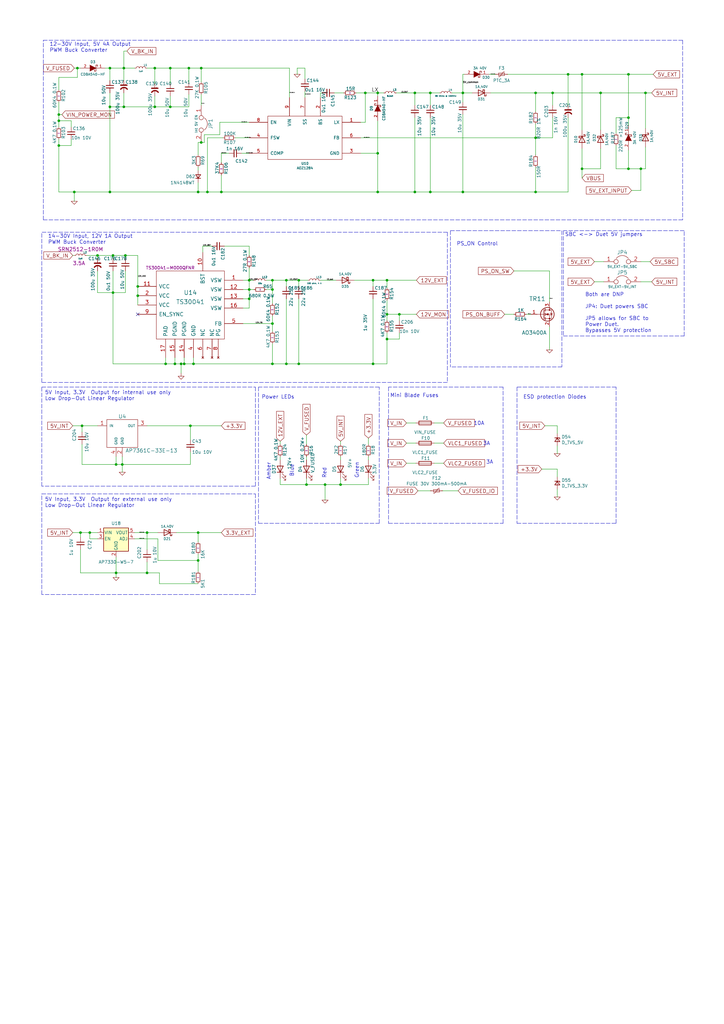
<source format=kicad_sch>
(kicad_sch (version 20211123) (generator eeschema)
  (paper "A3" portrait)
  (title_block (title "Duet 3 Main Board 6XD") (date "2023-02-22") (rev "1.01") (company "Duet3d") (comment 1 "(c) Duet3D"))
  (junction (at 63.5 43.815))
  (junction (at 85.09 78.74))
  (junction (at 50.8 27.94))
  (junction (at 81.28 218.44))
  (junction (at 51.435 104.775))
  (junction (at 226.695 38.1))
  (junction (at 122.555 149.225))
  (junction (at 154.94 78.74))
  (junction (at 24.13 49.53))
  (junction (at 60.325 218.44))
  (junction (at 75.565 149.225))
  (junction (at 117.475 114.935))
  (junction (at 139.7 198.755))
  (junction (at 219.71 38.1))
  (junction (at 50.8 43.815))
  (junction (at 90.805 78.74))
  (junction (at 238.76 69.215))
  (junction (at 238.76 30.48))
  (junction (at 47.625 234.95))
  (junction (at 257.81 69.215))
  (junction (at 189.865 78.74))
  (junction (at 24.13 46.99))
  (junction (at 158.75 139.065))
  (junction (at 264.795 38.1))
  (junction (at 74.295 149.225))
  (junction (at 158.75 114.935))
  (junction (at 50.165 190.5))
  (junction (at 111.76 114.935))
  (junction (at 158.75 128.905))
  (junction (at 77.47 27.94))
  (junction (at 33.02 218.44))
  (junction (at 257.81 48.26))
  (junction (at 81.28 78.74))
  (junction (at 170.18 38.1))
  (junction (at 153.035 149.225))
  (junction (at 111.76 149.225))
  (junction (at 63.5 27.94))
  (junction (at 47.625 190.5))
  (junction (at 82.55 58.42))
  (junction (at 82.55 27.94))
  (junction (at 78.105 174.625))
  (junction (at 46.355 120.015))
  (junction (at 81.28 229.87))
  (junction (at 149.86 38.1))
  (junction (at 111.76 132.715))
  (junction (at 71.755 149.225))
  (junction (at 30.48 78.74))
  (junction (at 189.865 38.1))
  (junction (at 219.71 78.74))
  (junction (at 170.18 78.74))
  (junction (at 45.085 43.815))
  (junction (at 45.085 78.74))
  (junction (at 102.235 114.935))
  (junction (at 154.94 38.1))
  (junction (at 102.235 122.555))
  (junction (at 133.35 198.755))
  (junction (at 67.945 149.225))
  (junction (at 102.235 118.745))
  (junction (at 262.89 69.215))
  (junction (at 246.38 38.1))
  (junction (at 56.515 117.475))
  (junction (at 257.81 30.48))
  (junction (at 31.75 27.94))
  (junction (at 176.53 78.74))
  (junction (at 117.475 149.225))
  (junction (at 154.94 62.865))
  (junction (at 219.71 56.515))
  (junction (at 176.53 38.1))
  (junction (at 163.83 128.905))
  (junction (at 40.005 104.775))
  (junction (at 69.85 27.94))
  (junction (at 122.555 114.935))
  (junction (at 233.045 30.48))
  (junction (at 111.76 118.745))
  (junction (at 45.085 27.94))
  (junction (at 36.83 218.44))
  (junction (at 46.355 104.775))
  (junction (at 60.325 234.95))
  (junction (at 56.515 121.285))
  (junction (at 125.73 198.755))
  (junction (at 24.13 59.69))
  (junction (at 153.035 114.935))
  (junction (at 69.85 43.815))
  (junction (at 79.375 149.225))
  (junction (at 33.655 174.625))
  (no_connect (at 56.515 128.905))
  (wire (pts (xy 46.355 106.045) (xy 46.355 104.775)))
  (wire (pts (xy 47.625 190.5) (xy 33.655 190.5)))
  (wire (pts (xy 47.625 234.95) (xy 47.625 228.6)))
  (wire (pts (xy 238.76 69.215) (xy 238.76 73.025)))
  (wire (pts (xy 122.555 114.935) (xy 117.475 114.935)))
  (wire (pts (xy 189.865 46.99) (xy 189.865 78.74)))
  (wire (pts (xy 238.76 30.48) (xy 238.76 53.34)))
  (wire (pts (xy 117.475 149.225) (xy 122.555 149.225)))
  (wire (pts (xy 215.9 128.905) (xy 217.805 128.905)))
  (wire (pts (xy 238.76 60.96) (xy 238.76 69.215)))
  (wire (pts (xy 158.75 136.525) (xy 158.75 139.065)))
  (wire (pts (xy 267.335 115.57) (xy 262.89 115.57)))
  (wire (pts (xy 64.77 220.98) (xy 64.77 229.87)))
  (wire (pts (xy 170.815 128.905) (xy 163.83 128.905)))
  (wire (pts (xy 63.5 34.29) (xy 63.5 27.94)))
  (wire (pts (xy 99.695 122.555) (xy 102.235 122.555)))
  (wire (pts (xy 45.085 38.1) (xy 45.085 43.815)))
  (wire (pts (xy 45.085 43.815) (xy 45.085 78.74)))
  (wire (pts (xy 77.47 43.815) (xy 77.47 38.735)))
  (wire (pts (xy 133.35 198.755) (xy 139.7 198.755)))
  (wire (pts (xy 139.7 198.755) (xy 139.7 196.215)))
  (wire (pts (xy 228.6 174.625) (xy 228.6 177.8)))
  (wire (pts (xy 158.75 114.935) (xy 158.75 118.11)))
  (wire (pts (xy 170.18 38.1) (xy 176.53 38.1)))
  (wire (pts (xy 178.181 181.737) (xy 181.991 181.737)))
  (wire (pts (xy 51.435 104.775) (xy 46.355 104.775)))
  (wire (pts (xy 33.02 225.425) (xy 33.02 234.95)))
  (wire (pts (xy 69.85 27.94) (xy 77.47 27.94)))
  (wire (pts (xy 154.94 38.1) (xy 157.48 38.1)))
  (wire (pts (xy 151.13 188.595) (xy 151.13 187.325)))
  (wire (pts (xy 56.515 125.095) (xy 56.515 121.285)))
  (wire (pts (xy 90.17 50.165) (xy 90.17 55.245)))
  (wire (pts (xy 30.48 104.775) (xy 29.845 104.775)))
  (wire (pts (xy 81.28 239.395) (xy 65.405 239.395)))
  (wire (pts (xy 109.22 118.745) (xy 111.76 118.745)))
  (wire (pts (xy 114.935 198.755) (xy 114.935 196.215)))
  (wire (pts (xy 67.945 149.225) (xy 67.945 146.685)))
  (wire (pts (xy 24.13 41.91) (xy 24.13 46.99)))
  (wire (pts (xy 187.96 201.295) (xy 181.61 201.295)))
  (wire (pts (xy 233.045 78.74) (xy 219.71 78.74)))
  (wire (pts (xy 47.625 234.95) (xy 47.625 236.855)))
  (wire (pts (xy 176.53 78.74) (xy 176.53 48.26)))
  (wire (pts (xy 226.695 38.1) (xy 219.71 38.1)))
  (wire (pts (xy 153.035 117.475) (xy 153.035 114.935)))
  (wire (pts (xy 40.005 220.98) (xy 36.83 220.98)))
  (wire (pts (xy 29.845 218.44) (xy 33.02 218.44)))
  (polyline (pts (xy 104.775 243.84) (xy 17.145 243.84)))
  (wire (pts (xy 146.05 38.1) (xy 149.86 38.1)))
  (wire (pts (xy 267.335 38.1) (xy 264.795 38.1)))
  (wire (pts (xy 139.7 188.595) (xy 139.7 187.325)))
  (polyline (pts (xy 212.09 158.75) (xy 212.09 214.63)))
  (wire (pts (xy 104.14 114.935) (xy 102.235 114.935)))
  (wire (pts (xy 201.295 38.1) (xy 219.71 38.1)))
  (wire (pts (xy 81.28 229.87) (xy 81.28 234.315)))
  (wire (pts (xy 121.92 27.94) (xy 125.095 27.94)))
  (wire (pts (xy 50.8 38.1) (xy 50.8 43.815)))
  (wire (pts (xy 50.165 193.675) (xy 50.165 190.5)))
  (wire (pts (xy 219.71 56.515) (xy 219.71 63.5)))
  (polyline (pts (xy 183.515 156.845) (xy 17.145 156.845)))
  (wire (pts (xy 63.5 43.815) (xy 69.85 43.815)))
  (wire (pts (xy 24.13 59.69) (xy 29.21 59.69)))
  (wire (pts (xy 207.01 128.905) (xy 210.82 128.905)))
  (wire (pts (xy 262.89 69.215) (xy 264.795 69.215)))
  (wire (pts (xy 125.73 198.755) (xy 125.73 196.215)))
  (wire (pts (xy 81.28 227.33) (xy 81.28 229.87)))
  (wire (pts (xy 99.695 126.365) (xy 102.235 126.365)))
  (wire (pts (xy 163.83 128.905) (xy 163.83 131.445)))
  (wire (pts (xy 252.73 59.69) (xy 252.73 69.215)))
  (polyline (pts (xy 17.145 243.84) (xy 17.145 202.565)))
  (wire (pts (xy 225.425 133.985) (xy 225.425 143.51)))
  (polyline (pts (xy 230.505 150.495) (xy 184.785 150.495)))
  (wire (pts (xy 114.935 180.975) (xy 114.935 182.245)))
  (wire (pts (xy 203.2 30.48) (xy 200.66 30.48)))
  (polyline (pts (xy 184.785 94.615) (xy 230.505 94.615)))
  (wire (pts (xy 60.325 218.44) (xy 64.77 218.44)))
  (wire (pts (xy 228.6 186.055) (xy 228.6 182.88)))
  (wire (pts (xy 102.235 126.365) (xy 102.235 122.555)))
  (wire (pts (xy 185.42 38.1) (xy 189.865 38.1)))
  (wire (pts (xy 81.28 78.74) (xy 85.09 78.74)))
  (wire (pts (xy 102.235 118.745) (xy 102.235 114.935)))
  (wire (pts (xy 176.53 78.74) (xy 189.865 78.74)))
  (wire (pts (xy 117.475 122.555) (xy 117.475 149.225)))
  (wire (pts (xy 158.75 149.225) (xy 158.75 139.065)))
  (wire (pts (xy 158.75 114.935) (xy 170.815 114.935)))
  (wire (pts (xy 45.085 27.94) (xy 45.085 33.02)))
  (wire (pts (xy 29.21 59.69) (xy 29.21 57.15)))
  (wire (pts (xy 149.86 50.165) (xy 149.86 38.1)))
  (wire (pts (xy 125.095 37.465) (xy 125.095 40.005)))
  (wire (pts (xy 264.795 60.325) (xy 264.795 69.215)))
  (wire (pts (xy 153.035 114.935) (xy 158.75 114.935)))
  (wire (pts (xy 74.295 153.035) (xy 74.295 149.225)))
  (wire (pts (xy 125.73 188.595) (xy 125.73 187.325)))
  (wire (pts (xy 252.73 69.215) (xy 257.81 69.215)))
  (wire (pts (xy 24.13 78.74) (xy 30.48 78.74)))
  (wire (pts (xy 24.13 49.53) (xy 24.13 52.07)))
  (polyline (pts (xy 183.515 95.25) (xy 17.145 95.25)))
  (wire (pts (xy 29.845 174.625) (xy 33.655 174.625)))
  (wire (pts (xy 246.38 38.1) (xy 246.38 53.34)))
  (wire (pts (xy 52.07 20.955) (xy 50.8 20.955)))
  (wire (pts (xy 257.81 30.48) (xy 257.81 48.26)))
  (wire (pts (xy 30.48 27.94) (xy 31.75 27.94)))
  (wire (pts (xy 46.355 104.775) (xy 40.005 104.775)))
  (wire (pts (xy 81.28 74.93) (xy 81.28 78.74)))
  (wire (pts (xy 102.235 100.965) (xy 102.235 104.775)))
  (polyline (pts (xy 17.145 156.845) (xy 17.145 95.25)))
  (wire (pts (xy 257.81 69.215) (xy 257.81 61.595)))
  (polyline (pts (xy 206.375 214.63) (xy 206.375 158.75)))
  (wire (pts (xy 24.13 49.53) (xy 29.21 49.53)))
  (wire (pts (xy 60.325 27.94) (xy 63.5 27.94)))
  (wire (pts (xy 158.75 128.905) (xy 163.83 128.905)))
  (wire (pts (xy 24.13 46.99) (xy 24.13 49.53)))
  (wire (pts (xy 78.105 190.5) (xy 50.165 190.5)))
  (wire (pts (xy 69.85 34.29) (xy 69.85 27.94)))
  (polyline (pts (xy 106.045 158.75) (xy 106.045 214.63)))
  (wire (pts (xy 154.94 62.865) (xy 154.94 49.53)))
  (polyline (pts (xy 104.775 199.39) (xy 17.145 199.39)))
  (polyline (pts (xy 252.73 158.75) (xy 212.09 158.75)))
  (wire (pts (xy 162.56 38.1) (xy 170.18 38.1)))
  (wire (pts (xy 243.84 115.57) (xy 247.65 115.57)))
  (wire (pts (xy 69.85 39.37) (xy 69.85 43.815)))
  (wire (pts (xy 219.71 38.1) (xy 219.71 45.72)))
  (wire (pts (xy 149.86 38.1) (xy 154.94 38.1)))
  (wire (pts (xy 50.8 20.955) (xy 50.8 27.94)))
  (wire (pts (xy 246.38 69.215) (xy 246.38 60.96)))
  (wire (pts (xy 189.865 41.91) (xy 189.865 38.1)))
  (polyline (pts (xy 159.385 158.75) (xy 159.385 214.63)))
  (wire (pts (xy 82.55 38.735) (xy 82.55 43.18)))
  (wire (pts (xy 131.445 40.005) (xy 131.445 38.1)))
  (wire (pts (xy 252.73 48.26) (xy 252.73 54.61)))
  (wire (pts (xy 178.181 189.992) (xy 181.991 189.992)))
  (wire (pts (xy 226.695 38.1) (xy 226.695 43.18)))
  (polyline (pts (xy 17.145 199.39) (xy 17.145 158.75)))
  (wire (pts (xy 153.035 114.935) (xy 145.415 114.935)))
  (wire (pts (xy 82.55 27.94) (xy 82.55 33.655)))
  (wire (pts (xy 137.795 114.935) (xy 131.445 114.935)))
  (wire (pts (xy 125.73 198.755) (xy 133.35 198.755)))
  (wire (pts (xy 75.565 149.225) (xy 74.295 149.225)))
  (wire (pts (xy 166.751 189.992) (xy 170.561 189.992)))
  (wire (pts (xy 125.095 27.94) (xy 125.095 32.385)))
  (wire (pts (xy 93.98 62.865) (xy 90.805 62.865)))
  (wire (pts (xy 219.71 50.8) (xy 219.71 56.515)))
  (wire (pts (xy 47.625 187.325) (xy 47.625 190.5)))
  (wire (pts (xy 64.77 229.87) (xy 81.28 229.87)))
  (wire (pts (xy 30.48 78.74) (xy 30.48 82.55)))
  (wire (pts (xy 83.185 103.505) (xy 83.185 100.965)))
  (wire (pts (xy 104.14 118.745) (xy 102.235 118.745)))
  (wire (pts (xy 55.245 220.98) (xy 64.77 220.98)))
  (wire (pts (xy 60.325 225.425) (xy 60.325 218.44)))
  (wire (pts (xy 81.28 218.44) (xy 90.805 218.44)))
  (wire (pts (xy 139.7 198.755) (xy 151.13 198.755)))
  (wire (pts (xy 166.751 173.482) (xy 170.561 173.482)))
  (wire (pts (xy 51.435 111.125) (xy 51.435 120.015)))
  (wire (pts (xy 85.09 56.515) (xy 91.44 56.515)))
  (wire (pts (xy 40.005 104.775) (xy 35.56 104.775)))
  (wire (pts (xy 233.045 43.18) (xy 233.045 30.48)))
  (wire (pts (xy 131.445 38.1) (xy 132.08 38.1)))
  (wire (pts (xy 111.76 149.225) (xy 117.475 149.225)))
  (wire (pts (xy 82.55 27.94) (xy 118.745 27.94)))
  (wire (pts (xy 102.235 109.855) (xy 102.235 114.935)))
  (polyline (pts (xy 184.785 94.615) (xy 184.785 150.495)))
  (wire (pts (xy 77.47 33.655) (xy 77.47 27.94)))
  (wire (pts (xy 96.52 56.515) (xy 102.235 56.515)))
  (wire (pts (xy 139.7 180.975) (xy 139.7 182.245)))
  (wire (pts (xy 50.8 27.94) (xy 55.245 27.94)))
  (wire (pts (xy 158.75 123.19) (xy 158.75 128.905)))
  (polyline (pts (xy 183.515 95.25) (xy 183.515 156.845)))
  (wire (pts (xy 99.695 118.745) (xy 102.235 118.745)))
  (wire (pts (xy 46.355 120.015) (xy 46.355 149.225)))
  (wire (pts (xy 79.375 149.225) (xy 111.76 149.225)))
  (wire (pts (xy 208.28 30.48) (xy 233.045 30.48)))
  (wire (pts (xy 228.6 203.835) (xy 228.6 200.66)))
  (wire (pts (xy 33.655 174.625) (xy 40.005 174.625)))
  (polyline (pts (xy 17.145 202.565) (xy 104.775 202.565)))
  (wire (pts (xy 36.83 218.44) (xy 40.005 218.44)))
  (wire (pts (xy 154.94 78.74) (xy 170.18 78.74)))
  (wire (pts (xy 118.745 40.005) (xy 118.745 27.94)))
  (wire (pts (xy 56.515 117.475) (xy 56.515 104.775)))
  (wire (pts (xy 33.655 190.5) (xy 33.655 182.245)))
  (polyline (pts (xy 230.505 94.615) (xy 230.505 150.495)))
  (wire (pts (xy 82.55 58.42) (xy 81.28 58.42)))
  (wire (pts (xy 219.71 68.58) (xy 219.71 78.74)))
  (wire (pts (xy 180.34 38.1) (xy 176.53 38.1)))
  (wire (pts (xy 262.89 78.105) (xy 262.89 69.215)))
  (wire (pts (xy 33.02 218.44) (xy 36.83 218.44)))
  (wire (pts (xy 63.5 39.37) (xy 63.5 43.815)))
  (wire (pts (xy 99.695 132.715) (xy 111.76 132.715)))
  (wire (pts (xy 102.235 122.555) (xy 102.235 118.745)))
  (wire (pts (xy 83.185 100.965) (xy 86.995 100.965)))
  (wire (pts (xy 90.805 62.865) (xy 90.805 66.675)))
  (polyline (pts (xy 104.775 158.75) (xy 104.775 199.39)))
  (wire (pts (xy 219.71 56.515) (xy 226.695 56.515)))
  (wire (pts (xy 24.13 59.69) (xy 24.13 78.74)))
  (wire (pts (xy 90.805 71.755) (xy 90.805 78.74)))
  (wire (pts (xy 158.75 128.905) (xy 158.75 131.445)))
  (wire (pts (xy 25.4 46.99) (xy 24.13 46.99)))
  (wire (pts (xy 111.76 132.715) (xy 111.76 135.89)))
  (wire (pts (xy 30.48 78.74) (xy 45.085 78.74)))
  (wire (pts (xy 166.751 181.737) (xy 170.561 181.737)))
  (wire (pts (xy 75.565 149.225) (xy 75.565 146.685)))
  (wire (pts (xy 65.405 234.95) (xy 60.325 234.95)))
  (wire (pts (xy 72.39 218.44) (xy 81.28 218.44)))
  (wire (pts (xy 228.6 192.405) (xy 228.6 195.58)))
  (wire (pts (xy 51.435 106.045) (xy 51.435 104.775)))
  (wire (pts (xy 223.52 174.625) (xy 228.6 174.625)))
  (wire (pts (xy 233.045 48.26) (xy 233.045 78.74)))
  (wire (pts (xy 257.81 30.48) (xy 267.97 30.48)))
  (wire (pts (xy 170.18 43.18) (xy 170.18 38.1)))
  (wire (pts (xy 43.18 27.94) (xy 45.085 27.94)))
  (wire (pts (xy 83.82 55.245) (xy 83.82 58.42)))
  (wire (pts (xy 78.105 174.625) (xy 90.805 174.625)))
  (wire (pts (xy 40.005 120.015) (xy 40.005 111.125)))
  (wire (pts (xy 189.865 78.74) (xy 219.71 78.74)))
  (wire (pts (xy 257.81 48.26) (xy 257.81 51.435)))
  (wire (pts (xy 81.28 218.44) (xy 81.28 222.25)))
  (wire (pts (xy 90.805 78.74) (xy 154.94 78.74)))
  (wire (pts (xy 111.76 114.935) (xy 111.76 118.745)))
  (wire (pts (xy 111.76 129.54) (xy 111.76 132.715)))
  (wire (pts (xy 79.375 146.685) (xy 79.375 149.225)))
  (wire (pts (xy 257.81 69.215) (xy 262.89 69.215)))
  (wire (pts (xy 111.76 114.935) (xy 117.475 114.935)))
  (wire (pts (xy 81.28 63.5) (xy 81.28 58.42)))
  (wire (pts (xy 122.555 114.935) (xy 126.365 114.935)))
  (wire (pts (xy 259.08 78.105) (xy 262.89 78.105)))
  (wire (pts (xy 102.235 114.935) (xy 99.695 114.935)))
  (wire (pts (xy 125.73 178.435) (xy 125.73 182.245)))
  (wire (pts (xy 163.83 139.065) (xy 158.75 139.065)))
  (wire (pts (xy 117.475 117.475) (xy 117.475 114.935)))
  (wire (pts (xy 45.085 43.815) (xy 50.8 43.815)))
  (wire (pts (xy 246.38 38.1) (xy 264.795 38.1)))
  (wire (pts (xy 171.45 201.295) (xy 176.53 201.295)))
  (polyline (pts (xy 17.78 90.17) (xy 17.78 16.51)))
  (wire (pts (xy 122.555 117.475) (xy 122.555 114.935)))
  (wire (pts (xy 56.515 121.285) (xy 56.515 117.475)))
  (wire (pts (xy 31.75 31.75) (xy 31.75 27.94)))
  (wire (pts (xy 60.325 234.95) (xy 60.325 230.505)))
  (wire (pts (xy 24.13 31.75) (xy 24.13 36.83)))
  (wire (pts (xy 50.8 43.815) (xy 63.5 43.815)))
  (polyline (pts (xy 280.67 94.615) (xy 231.14 94.615)))
  (wire (pts (xy 29.21 49.53) (xy 29.21 52.07)))
  (wire (pts (xy 79.375 149.225) (xy 75.565 149.225)))
  (wire (pts (xy 121.92 30.48) (xy 121.92 27.94)))
  (wire (pts (xy 77.47 27.94) (xy 82.55 27.94)))
  (wire (pts (xy 147.955 56.515) (xy 219.71 56.515)))
  (wire (pts (xy 178.181 173.482) (xy 181.991 173.482)))
  (polyline (pts (xy 17.145 158.75) (xy 104.775 158.75)))
  (wire (pts (xy 63.5 27.94) (xy 69.85 27.94)))
  (wire (pts (xy 102.235 62.865) (xy 99.06 62.865)))
  (wire (pts (xy 90.17 55.245) (xy 83.82 55.245)))
  (wire (pts (xy 189.865 30.48) (xy 189.865 38.1)))
  (polyline (pts (xy 280.035 16.51) (xy 280.035 90.17)))
  (wire (pts (xy 51.435 104.775) (xy 56.515 104.775)))
  (wire (pts (xy 243.84 107.315) (xy 247.65 107.315)))
  (wire (pts (xy 24.13 31.75) (xy 31.75 31.75)))
  (wire (pts (xy 33.655 177.165) (xy 33.655 174.625)))
  (wire (pts (xy 109.22 114.935) (xy 111.76 114.935)))
  (wire (pts (xy 46.355 120.015) (xy 40.005 120.015)))
  (wire (pts (xy 170.18 78.74) (xy 176.53 78.74)))
  (polyline (pts (xy 252.73 214.63) (xy 252.73 158.75)))
  (polyline (pts (xy 106.045 214.63) (xy 155.575 214.63)))
  (polyline (pts (xy 280.035 16.51) (xy 17.78 16.51)))
  (wire (pts (xy 193.675 38.1) (xy 189.865 38.1)))
  (wire (pts (xy 151.13 198.755) (xy 151.13 196.215)))
  (polyline (pts (xy 280.035 90.17) (xy 17.78 90.17)))
  (wire (pts (xy 78.105 185.42) (xy 78.105 190.5)))
  (wire (pts (xy 137.16 38.1) (xy 140.97 38.1)))
  (wire (pts (xy 225.425 111.125) (xy 225.425 123.825)))
  (wire (pts (xy 46.355 149.225) (xy 67.945 149.225)))
  (wire (pts (xy 36.83 220.98) (xy 36.83 218.44)))
  (polyline (pts (xy 159.385 214.63) (xy 206.375 214.63)))
  (wire (pts (xy 226.695 56.515) (xy 226.695 48.26)))
  (wire (pts (xy 45.085 78.74) (xy 81.28 78.74)))
  (wire (pts (xy 264.795 38.1) (xy 264.795 52.705)))
  (wire (pts (xy 45.085 27.94) (xy 50.8 27.94)))
  (wire (pts (xy 111.76 118.745) (xy 111.76 124.46)))
  (wire (pts (xy 122.555 149.225) (xy 153.035 149.225)))
  (polyline (pts (xy 155.575 158.75) (xy 106.045 158.75)))
  (wire (pts (xy 47.625 190.5) (xy 50.165 190.5)))
  (wire (pts (xy 153.035 149.225) (xy 153.035 122.555)))
  (wire (pts (xy 238.76 69.215) (xy 246.38 69.215)))
  (wire (pts (xy 71.755 149.225) (xy 67.945 149.225)))
  (wire (pts (xy 190.5 30.48) (xy 189.865 30.48)))
  (wire (pts (xy 78.105 174.625) (xy 78.105 180.34)))
  (wire (pts (xy 85.09 56.515) (xy 85.09 78.74)))
  (wire (pts (xy 31.75 27.94) (xy 33.02 27.94)))
  (wire (pts (xy 46.355 111.125) (xy 46.355 120.015)))
  (wire (pts (xy 33.02 220.345) (xy 33.02 218.44)))
  (wire (pts (xy 85.09 78.74) (xy 90.805 78.74)))
  (wire (pts (xy 74.295 149.225) (xy 71.755 149.225)))
  (wire (pts (xy 133.35 198.755) (xy 133.35 205.105)))
  (wire (pts (xy 65.405 239.395) (xy 65.405 234.95)))
  (wire (pts (xy 33.02 234.95) (xy 47.625 234.95)))
  (wire (pts (xy 71.755 149.225) (xy 71.755 146.685)))
  (wire (pts (xy 55.245 218.44) (xy 60.325 218.44)))
  (wire (pts (xy 153.035 149.225) (xy 158.75 149.225)))
  (polyline (pts (xy 104.775 202.565) (xy 104.775 243.84)))
  (polyline (pts (xy 155.575 214.63) (xy 155.575 158.75)))
  (wire (pts (xy 246.38 38.1) (xy 226.695 38.1)))
  (wire (pts (xy 40.005 104.775) (xy 40.005 106.045)))
  (polyline (pts (xy 280.67 137.795) (xy 280.67 94.615)))
  (wire (pts (xy 60.325 174.625) (xy 78.105 174.625)))
  (wire (pts (xy 238.76 30.48) (xy 233.045 30.48)))
  (wire (pts (xy 147.955 62.865) (xy 154.94 62.865)))
  (wire (pts (xy 81.28 68.58) (xy 81.28 69.85)))
  (wire (pts (xy 266.7 107.315) (xy 262.89 107.315)))
  (wire (pts (xy 210.82 111.125) (xy 225.425 111.125)))
  (wire (pts (xy 151.13 179.705) (xy 151.13 182.245)))
  (wire (pts (xy 114.935 188.595) (xy 114.935 187.325)))
  (polyline (pts (xy 231.14 94.615) (xy 231.14 137.795)))
  (wire (pts (xy 154.94 39.37) (xy 154.94 38.1)))
  (wire (pts (xy 51.435 120.015) (xy 46.355 120.015)))
  (wire (pts (xy 176.53 43.18) (xy 176.53 38.1)))
  (wire (pts (xy 90.17 50.165) (xy 102.235 50.165)))
  (polyline (pts (xy 206.375 158.75) (xy 159.385 158.75)))
  (wire (pts (xy 83.82 58.42) (xy 82.55 58.42)))
  (wire (pts (xy 163.83 136.525) (xy 163.83 139.065)))
  (wire (pts (xy 50.165 190.5) (xy 50.165 187.325)))
  (wire (pts (xy 252.73 48.26) (xy 257.81 48.26)))
  (wire (pts (xy 154.94 62.865) (xy 154.94 78.74)))
  (wire (pts (xy 147.955 50.165) (xy 149.86 50.165)))
  (wire (pts (xy 47.625 234.95) (xy 60.325 234.95)))
  (wire (pts (xy 111.76 140.97) (xy 111.76 149.225)))
  (polyline (pts (xy 212.09 214.63) (xy 252.73 214.63)))
  (wire (pts (xy 257.81 30.48) (xy 238.76 30.48)))
  (wire (pts (xy 222.25 192.405) (xy 228.6 192.405)))
  (wire (pts (xy 122.555 149.225) (xy 122.555 122.555)))
  (wire (pts (xy 170.18 48.26) (xy 170.18 78.74)))
  (wire (pts (xy 24.13 57.15) (xy 24.13 59.69)))
  (wire (pts (xy 69.85 43.815) (xy 77.47 43.815)))
  (wire (pts (xy 102.235 100.965) (xy 92.075 100.965)))
  (wire (pts (xy 50.8 33.02) (xy 50.8 27.94)))
  (wire (pts (xy 125.73 198.755) (xy 114.935 198.755)))
  (polyline (pts (xy 231.14 137.795) (xy 280.67 137.795)))
  (text "Both are DNP\n\nJP4: Duet powers SBC\n\nJP5 allows for SBC to\nPower Duet.\nBypasses 5V protection" (at 240.03 136.525 0) (effects (font (size 1.524 1.524)) (justify left bottom)))
  (text "PS_ON Control" (at 187.325 100.965 0) (effects (font (size 1.524 1.524)) (justify left bottom)))
  (text "3A\n" (at 199.39 190.5 0) (effects (font (size 1.524 1.524)) (justify left bottom)))
  (text "Mini Blade Fuses" (at 160.02 163.195 0) (effects (font (size 1.524 1.524)) (justify left bottom)))
  (text "10A\n" (at 194.31 174.625 0) (effects (font (size 1.524 1.524)) (justify left bottom)))
  (text "5V Input, 3.3V  Output for external use only\nLow Drop-Out Linear Regulator" (at 18.415 208.28 0) (effects (font (size 1.524 1.524)) (justify left bottom)))
  (text "Power LEDs" (at 107.315 163.83 0) (effects (font (size 1.524 1.524)) (justify left bottom)))
  (text "ESD protection Diodes" (at 214.63 163.83 0) (effects (font (size 1.524 1.524)) (justify left bottom)))
  (text "Green" (at 147.32 196.215 90) (effects (font (size 1.524 1.524)) (justify left bottom)))
  (text "3A\n" (at 198.12 182.88 0) (effects (font (size 1.524 1.524)) (justify left bottom)))
  (text "14-30V Input, 12V 1A Output\nPWM Buck Converter\n" (at 19.685 100.33 0) (effects (font (size 1.524 1.524)) (justify left bottom)))
  (text "5V Input, 3.3V  Output for internal use only\nLow Drop-Out Linear Regulator" (at 18.415 164.465 0) (effects (font (size 1.524 1.524)) (justify left bottom)))
  (text "Blue" (at 120.65 195.58 90) (effects (font (size 1.524 1.524)) (justify left bottom)))
  (text "12-30V Input, 5V 4A Output\nPWM Buck Converter\n" (at 20.32 21.59 0) (effects (font (size 1.524 1.524)) (justify left bottom)))
  (text "SBC <-> Duet 5V jumpers" (at 231.775 97.155 0) (effects (font (size 1.524 1.524)) (justify left bottom)))
  (text "Red" (at 133.985 196.215 90) (effects (font (size 1.524 1.524)) (justify left bottom)))
  (text "Amber" (at 111.125 196.85 90) (effects (font (size 1.524 1.524)) (justify left bottom)))
  (label "5v_ext_fuse" (at 201.295 30.48 0) (effects (font (size 0.2 0.2))))
  (label "5VIN_BUCK_FB" (at 149.225 56.515 0) (effects (font (size 0.2032 0.2032))))
  (label "12_VOUT" (at 118.745 114.935 0) (effects (font (size 0.508 0.508))))
  (label "TR11_D" (at 225.425 122.555 0) (effects (font (size 0.2032 0.2032))))
  (label "3V3_EXT_OUT" (at 57.15 218.44 0) (effects (font (size 0.2032 0.2032))))
  (label "EN_JP_1" (at 82.55 42.545 0) (effects (font (size 0.2032 0.2032))))
  (label "5VIN_BUCK_EN" (at 99.06 50.165 0) (effects (font (size 0.2032 0.2032))))
  (label "5VIN_BUCK_IN" (at 118.745 38.1 0) (effects (font (size 0.2032 0.2032))))
  (label "12_out" (at 133.985 114.935 0) (effects (font (size 0.508 0.508))))
  (label "5V_common" (at 189.865 34.29 0) (effects (font (size 0.7112 0.7112))))
  (label "5VIN_BUCK_SS" (at 125.095 38.735 0) (effects (font (size 0.2032 0.2032))))
  (label "12V_VSW" (at 102.235 114.935 0) (effects (font (size 0.508 0.508))))
  (label "L3_OUT" (at 164.465 38.1 0) (effects (font (size 0.508 0.508))))
  (label "LX" (at 152.4 38.1 0) (effects (font (size 1.524 1.524))))
  (label "3V3_EXT_ADJ" (at 57.15 220.98 0) (effects (font (size 0.2032 0.2032))))
  (label "5VIN_BUCK_FSW" (at 100.33 56.515 0) (effects (font (size 0.2032 0.2032))))
  (label "5VIN_BUCK_BS" (at 132.08 38.1 0) (effects (font (size 0.2032 0.2032))))
  (label "TR11_G" (at 216.535 128.905 0) (effects (font (size 0.2032 0.2032))))
  (label "12V_VCC" (at 56.515 113.665 0) (effects (font (size 0.508 0.508))))
  (label "COMP_CAP_R" (at 90.805 62.865 0) (effects (font (size 0.2032 0.2032))))
  (label "12V_BST" (at 83.185 100.965 0) (effects (font (size 0.508 0.508))))
  (label "5VIN_BUCK_COMP" (at 100.965 62.865 0) (effects (font (size 0.2032 0.2032))))
  (label "12V_FB" (at 104.775 132.715 0) (effects (font (size 0.508 0.508))))
  (global_label "V_BK_IN" (shape input) (at 52.07 20.955 0) (effects (font (size 1.524 1.524))) (property "Intersheet References" "${INTERSHEET_REFS}" (effects hide)))
  (global_label "VLC1_FUSED" (shape input) (at 181.991 181.737 0) (effects (font (size 1.524 1.524))) (property "Intersheet References" "${INTERSHEET_REFS}" (effects hide)))
  (global_label "V_IN" (shape input) (at 166.751 173.482 180) (effects (font (size 1.524 1.524))) (property "Intersheet References" "${INTERSHEET_REFS}" (effects hide)))
  (global_label "V_FUSED" (shape input) (at 181.991 173.482 0) (effects (font (size 1.524 1.524))) (property "Intersheet References" "${INTERSHEET_REFS}" (effects hide)))
  (global_label "VBUS" (shape input) (at 238.76 73.025 0) (effects (font (size 1.524 1.524))) (property "Intersheet References" "${INTERSHEET_REFS}" (effects hide)))
  (global_label "VLC2_FUSED" (shape input) (at 181.991 189.992 0) (effects (font (size 1.524 1.524))) (property "Intersheet References" "${INTERSHEET_REFS}" (effects hide)))
  (global_label "+3.3V" (shape input) (at 90.805 174.625 0) (effects (font (size 1.524 1.524))) (property "Intersheet References" "${INTERSHEET_REFS}" (effects hide)))
  (global_label "PS_ON_BUFF" (shape input) (at 207.01 128.905 180) (effects (font (size 1.524 1.524))) (property "Intersheet References" "${INTERSHEET_REFS}" (effects hide)))
  (global_label "PS_ON_SW" (shape input) (at 210.82 111.125 180) (effects (font (size 1.524 1.524))) (property "Intersheet References" "${INTERSHEET_REFS}" (effects hide)))
  (global_label "V_FUSED" (shape input) (at 171.45 201.295 180) (effects (font (size 1.524 1.524))) (property "Intersheet References" "${INTERSHEET_REFS}" (effects hide)))
  (global_label "+3.3V" (shape input) (at 222.25 192.405 180) (effects (font (size 1.524 1.524))) (property "Intersheet References" "${INTERSHEET_REFS}" (effects hide)))
  (global_label "5V_EXT" (shape input) (at 243.84 115.57 180) (effects (font (size 1.524 1.524))) (property "Intersheet References" "${INTERSHEET_REFS}" (effects hide)))
  (global_label "VIN_POWER_MON" (shape input) (at 25.4 46.99 0) (effects (font (size 1.524 1.524))) (property "Intersheet References" "${INTERSHEET_REFS}" (effects hide)))
  (global_label "5V_SBC" (shape input) (at 266.7 107.315 0) (effects (font (size 1.524 1.524))) (property "Intersheet References" "${INTERSHEET_REFS}" (effects hide)))
  (global_label "+3.3V" (shape input) (at 151.13 179.705 90) (effects (font (size 1.524 1.524))) (property "Intersheet References" "${INTERSHEET_REFS}" (effects hide)))
  (global_label "5V_INT" (shape input) (at 29.845 218.44 180) (effects (font (size 1.524 1.524))) (property "Intersheet References" "${INTERSHEET_REFS}" (effects hide)))
  (global_label "5V_INT" (shape input) (at 267.335 115.57 0) (effects (font (size 1.524 1.524))) (property "Intersheet References" "${INTERSHEET_REFS}" (effects hide)))
  (global_label "5V_INT" (shape input) (at 267.335 38.1 0) (effects (font (size 1.524 1.524))) (property "Intersheet References" "${INTERSHEET_REFS}" (effects hide)))
  (global_label "V_FUSED" (shape input) (at 125.73 178.435 90) (effects (font (size 1.524 1.524))) (property "Intersheet References" "${INTERSHEET_REFS}" (effects hide)))
  (global_label "5V_EXT" (shape input) (at 267.97 30.48 0) (effects (font (size 1.524 1.524))) (property "Intersheet References" "${INTERSHEET_REFS}" (effects hide)))
  (global_label "5V_EXT" (shape input) (at 243.84 107.315 180) (effects (font (size 1.524 1.524))) (property "Intersheet References" "${INTERSHEET_REFS}" (effects hide)))
  (global_label "5V_INT" (shape input) (at 29.845 174.625 180) (effects (font (size 1.524 1.524))) (property "Intersheet References" "${INTERSHEET_REFS}" (effects hide)))
  (global_label "V_IN" (shape input) (at 166.751 189.992 180) (effects (font (size 1.524 1.524))) (property "Intersheet References" "${INTERSHEET_REFS}" (effects hide)))
  (global_label "3.3V_EXT" (shape input) (at 90.805 218.44 0) (effects (font (size 1.524 1.524))) (property "Intersheet References" "${INTERSHEET_REFS}" (effects hide)))
  (global_label "V_FUSED" (shape input) (at 30.48 27.94 180) (effects (font (size 1.524 1.524))) (property "Intersheet References" "${INTERSHEET_REFS}" (effects hide)))
  (global_label "12V_MON" (shape input) (at 170.815 128.905 0) (effects (font (size 1.524 1.524))) (property "Intersheet References" "${INTERSHEET_REFS}" (effects hide)))
  (global_label "12V_EXT" (shape input) (at 114.935 180.975 90) (effects (font (size 1.524 1.524))) (property "Intersheet References" "${INTERSHEET_REFS}" (effects hide)))
  (global_label "5V_INT" (shape input) (at 223.52 174.625 180) (effects (font (size 1.524 1.524))) (property "Intersheet References" "${INTERSHEET_REFS}" (effects hide)))
  (global_label "12V_EXT" (shape input) (at 170.815 114.935 0) (effects (font (size 1.524 1.524))) (property "Intersheet References" "${INTERSHEET_REFS}" (effects hide)))
  (global_label "5V_INT" (shape input) (at 139.7 180.975 90) (effects (font (size 1.524 1.524))) (property "Intersheet References" "${INTERSHEET_REFS}" (effects hide)))
  (global_label "V_FUSED_IO" (shape input) (at 187.96 201.295 0) (effects (font (size 1.524 1.524))) (property "Intersheet References" "${INTERSHEET_REFS}" (effects hide)))
  (global_label "V_IN" (shape input) (at 166.751 181.737 180) (effects (font (size 1.524 1.524))) (property "Intersheet References" "${INTERSHEET_REFS}" (effects hide)))
  (global_label "V_BK_IN" (shape input) (at 29.845 104.775 180) (effects (font (size 1.524 1.524))) (property "Intersheet References" "${INTERSHEET_REFS}" (effects hide)))
  (global_label "5V_EXT_INPUT" (shape input) (at 259.08 78.105 180) (effects (font (size 1.524 1.524))) (property "Intersheet References" "${INTERSHEET_REFS}" (effects hide)))
  (symbol (lib_id "Device:C_Small") (at 78.105 182.88 0) (unit 1)
    (property "Reference" "C43" (at 78.74 180.975 0) (effects (justify left)))
    (property "Value" "10u 10V" (at 78.74 185.42 0) (effects (justify left)))
    (property "Footprint" "Capacitor_SMD:C_0805_2012Metric" (effects hide))
    (property "Part Number" "LMK212BJ106KG-T" (effects hide))
  )
  (symbol (lib_id "Device:Fuse") (at 174.371 173.482 270) (unit 1)
    (property "Reference" "F1" (at 174.625 171.45 90))
    (property "Value" "VIN_FUSE" (at 174.371 177.292 90))
    (property "Footprint" "complib:MCCQ-122-minibladefuseholder" (effects hide))
    (property "Part Number" "MCCQ-122 - 15A" (effects hide))
  )
  (symbol (lib_id "Device:LED") (at 151.13 192.405 90) (unit 1)
    (property "Reference" "D6" (at 148.59 192.405 0))
    (property "Value" "3.3V" (at 153.67 192.405 0))
    (property "Footprint" "LED_SMD:LED_0603_1608Metric" (effects hide))
    (property "Part Number" "150060VS75000  or equivalent Green" (effects hide))
  )
  (symbol (lib_id "Device:LED") (at 139.7 192.405 90) (unit 1)
    (property "Reference" "D5" (at 137.16 192.405 0))
    (property "Value" "5V+" (at 143.51 189.865 0))
    (property "Footprint" "LED_SMD:LED_0603_1608Metric" (effects hide))
    (property "Part Number" "150060RS75000 or equivalent Red" (effects hide))
  )
  (symbol (lib_id "Duet3:GND") (at 133.35 205.105 0) (unit 1)
    (property "Reference" "#PWR038" (effects hide))
    (property "Value" "GND" (effects hide))
  )
  (symbol (lib_id "Device:LED") (at 125.73 192.405 90) (unit 1)
    (property "Reference" "D4" (at 123.19 192.405 0))
    (property "Value" "V_FUSED" (at 128.27 189.865 0))
    (property "Footprint" "LED_SMD:LED_0603_1608Metric" (effects hide))
    (property "Part Number" "150060BS75000  or equivalent Blue" (effects hide))
  )
  (symbol (lib_id "Duet3:AP7361C-33E-13-Duet2") (at 50.165 178.435 0) (unit 1)
    (property "Reference" "U4" (at 50.165 170.815 0) (effects (font (size 1.524 1.524))))
    (property "Value" "AP7361C-33E-13" (at 51.435 184.785 0) (effects (font (size 1.524 1.524)) (justify left)))
    (property "Footprint" "Package_TO_SOT_SMD:SOT-223" (effects hide))
    (property "Part Number" "AP7361C-33E-13" (effects hide))
  )
  (symbol (lib_name "GND_1") (lib_id "Duet3:GND") (at 50.165 193.675 0) (unit 1)
    (property "Reference" "#PWR036" (effects hide))
    (property "Value" "GND" (effects hide))
  )
  (symbol (lib_id "Device:R_Small") (at 125.73 184.785 0) (unit 1)
    (property "Reference" "R16" (at 127.635 184.5818 90))
    (property "Value" "10K 0.2W+" (at 124.0028 184.4802 90))
    (property "Footprint" "Resistor_SMD:R_0603_1608Metric_Wbry" (effects hide))
    (property "Datasheet" "~" (at 125.73 184.785 0) (effects (font (size 1.524 1.524))))
    (property "Part Number" "ESR03EZPF1002" (effects hide))
    (property "Rating" "0.1W is fine" (effects hide))
  )
  (symbol (lib_id "Device:R_Small") (at 139.7 184.785 0) (unit 1)
    (property "Reference" "R17" (at 141.605 184.5818 90))
    (property "Value" "2K2" (at 137.9728 184.4802 90))
    (property "Footprint" "Resistor_SMD:R_0402_1005Metric_Wbry" (effects hide))
    (property "Datasheet" "~" (at 139.7 184.785 0) (effects (font (size 1.524 1.524))))
    (property "Part Number" "AC0402FR-072K2L" (effects hide))
  )
  (symbol (lib_id "Device:R_Small") (at 151.13 184.785 0) (unit 1)
    (property "Reference" "R18" (at 153.035 184.5818 90))
    (property "Value" "180R" (at 149.4028 184.4802 90))
    (property "Footprint" "Resistor_SMD:R_0402_1005Metric_Wbry" (effects hide))
    (property "Datasheet" "~" (at 151.13 184.785 0) (effects (font (size 1.524 1.524))))
    (property "Part Number" "RMCF0402FT180R" (effects hide))
  )
  (symbol (lib_id "Duet3:C_POL") (at 233.045 45.72 0) (unit 1)
    (property "Reference" "C201" (at 229.235 43.18 0) (effects (justify left)))
    (property "Value" "100u 35V" (at 231.775 56.515 90) (effects (justify left)))
    (property "Footprint" "Capacitor_SMD:CP_Elec_6.3x7.7" (effects hide))
    (property "Part Number" "865080545012 (16V is also ok)" (effects hide))
  )
  (symbol (lib_id "Duet3:CDBA540") (at 195.58 30.48 0) (unit 1)
    (property "Reference" "D30" (at 199.39 31.75 0) (effects (font (size 1.016 1.016))))
    (property "Value" "3A 40V" (at 196.85 27.94 0) (effects (font (size 1.016 1.016))))
    (property "Footprint" "Diode_SMD:D_SMA" (effects hide))
    (property "Part Number" "ACDBA340-HF or similar" (effects hide))
  )
  (symbol (lib_id "Device:R_Small") (at 219.71 48.26 0) (unit 1)
    (property "Reference" "R182" (at 217.805 48.26 90))
    (property "Value" "820R 1%" (at 220.98 52.705 90))
    (property "Footprint" "Resistor_SMD:R_0402_1005Metric_Wbry" (effects hide))
    (property "Datasheet" "~" (at 219.71 48.26 0) (effects (font (size 1.524 1.524))))
    (property "Part Number" "RC0402FR-13820RL" (effects hide))
  )
  (symbol (lib_id "Device:R_Small") (at 219.71 66.04 0) (unit 1)
    (property "Reference" "R184" (at 217.805 66.04 90))
    (property "Value" "150R" (at 220.98 70.485 90))
    (property "Footprint" "Resistor_SMD:R_0402_1005Metric_Wbry" (effects hide))
    (property "Datasheet" "~" (at 219.71 66.04 0) (effects (font (size 1.524 1.524))))
    (property "Part Number" "RMCF0402FT150R" (effects hide))
  )
  (symbol (lib_name "GND_2") (lib_id "Duet3:GND") (at 47.625 236.855 0) (unit 1)
    (property "Reference" "#PWR085" (effects hide))
    (property "Value" "GND" (effects hide))
  )
  (symbol (lib_id "Regulator_Linear:AP2127K-ADJ") (at 47.625 220.98 0) (unit 1)
    (property "Reference" "U18" (at 47.625 214.63 0))
    (property "Value" "AP7330-W5-7" (at 47.625 230.505 0))
    (property "Footprint" "Package_TO_SOT_SMD:SOT-23-5" (effects hide))
    (property "Part Number" "AP7330-W5-7" (effects hide))
  )
  (symbol (lib_id "Device:C_Small") (at 33.02 222.885 0) (unit 1)
    (property "Reference" "C72" (at 36.83 225.425 90) (effects (justify left)))
    (property "Value" "1u 10V" (at 29.21 227.965 90) (effects (justify left)))
    (property "Footprint" "Capacitor_SMD:C_0603_1608Metric_Wbry" (effects hide))
    (property "Part Number" "CL10B105KP8NNNC" (effects hide))
  )
  (symbol (lib_id "Device:C_Small") (at 60.325 227.965 0) (unit 1)
    (property "Reference" "C202" (at 57.15 229.235 90) (effects (justify left)))
    (property "Value" "1u 10V" (at 63.5 231.14 90) (effects (justify left)))
    (property "Footprint" "Capacitor_SMD:C_0603_1608Metric_Wbry" (effects hide))
    (property "Part Number" "CL10B105KP8NNNC" (effects hide))
  )
  (symbol (lib_id "Device:R_Small") (at 81.28 224.79 0) (unit 1)
    (property "Reference" "R180" (at 79.375 224.79 90))
    (property "Value" "16K" (at 83.185 227.33 90))
    (property "Footprint" "Resistor_SMD:R_0402_1005Metric_Wbry" (effects hide))
    (property "Datasheet" "~" (at 81.28 224.79 0) (effects (font (size 1.524 1.524))))
    (property "Part Number" "RMCF0402FT16K0" (effects hide))
  )
  (symbol (lib_id "Device:R_Small") (at 81.28 236.855 0) (unit 1)
    (property "Reference" "R181" (at 79.375 236.855 90))
    (property "Value" "5K1" (at 83.185 239.395 90))
    (property "Footprint" "Resistor_SMD:R_0402_1005Metric_Wbry" (effects hide))
    (property "Datasheet" "~" (at 81.28 236.855 0) (effects (font (size 1.524 1.524))))
    (property "Part Number" "MR04X5101FTL" (effects hide))
  )
  (symbol (lib_id "Duet3:CDBA540") (at 257.81 56.515 90) (unit 1)
    (property "Reference" "D29" (at 257.175 51.435 0) (effects (font (size 1.016 1.016))))
    (property "Value" "3A 40V" (at 260.35 56.515 0) (effects (font (size 1.016 1.016))))
    (property "Footprint" "Diode_SMD:D_SMA" (effects hide))
    (property "Part Number" "ACDBA340-HF or similar" (effects hide))
  )
  (symbol (lib_id "Device:R_Small") (at 252.73 57.15 0) (unit 1)
    (property "Reference" "R187" (at 251.46 56.515 90))
    (property "Value" "220R >125mW" (at 254.635 55.245 90))
    (property "Footprint" "Resistor_SMD:R_0603_1608Metric_Wbry" (effects hide))
    (property "Datasheet" "~" (at 252.73 57.15 0) (effects (font (size 1.524 1.524))))
    (property "Part Number" "RK73H1JTTD2200F" (effects hide))
  )
  (symbol (lib_id "Device:C_Small") (at 33.655 179.705 0) (unit 1)
    (property "Reference" "C204" (at 30.48 180.975 90) (effects (justify left)))
    (property "Value" "10u 10V" (at 35.56 185.42 90) (effects (justify left)))
    (property "Footprint" "Capacitor_SMD:C_0805_2012Metric" (effects hide))
    (property "Part Number" "LMK212BJ106KG-T" (effects hide))
  )
  (symbol (lib_id "Device:D_Schottky") (at 68.58 218.44 180) (unit 1)
    (property "Reference" "D21" (at 68.58 220.98 0) (effects (font (size 1.016 1.016))))
    (property "Value" "1A,40V" (at 68.58 215.9 0) (effects (font (size 1.016 1.016))))
    (property "Footprint" "Diode_SMD:D_SOD-123F" (effects hide))
    (property "Part Number" "DSS14UTR or RB162MM-40TR or similar" (effects hide))
    (property "Rating" " 1A,40V" (effects hide))
  )
  (symbol (lib_id "Device:R_Small") (at 143.51 38.1 270) (unit 1)
    (property "Reference" "R123" (at 143.7132 40.005 90))
    (property "Value" "15R" (at 143.8148 36.3728 90))
    (property "Footprint" "Resistor_SMD:R_0402_1005Metric_Wbry" (effects hide))
    (property "Datasheet" "~" (at 143.51 38.1 0) (effects (font (size 1.524 1.524))))
    (property "Part Number" "RMCF0402FT15R0" (effects hide))
  )
  (symbol (lib_id "Device:LED") (at 114.935 192.405 90) (unit 1)
    (property "Reference" "D37" (at 112.395 192.405 0))
    (property "Value" "12V+" (at 118.745 189.865 0))
    (property "Footprint" "LED_SMD:LED_0603_1608Metric" (effects hide))
    (property "Part Number" "150060AS75000 or equivalent Amber" (effects hide))
  )
  (symbol (lib_id "Device:R_Small") (at 114.935 184.785 0) (unit 1)
    (property "Reference" "R124" (at 116.84 184.5818 90))
    (property "Value" "4K7 0.1W" (at 113.2078 184.4802 90))
    (property "Footprint" "Resistor_SMD:R_0402_1005Metric_Wbry" (effects hide))
    (property "Datasheet" "~" (at 114.935 184.785 0) (effects (font (size 1.524 1.524))))
    (property "Part Number" "RK73H1ETTP4701F" (effects hide))
  )
  (symbol (lib_id "Device:D_Schottky") (at 197.485 38.1 180) (unit 1)
    (property "Reference" "D31" (at 197.485 40.64 0) (effects (font (size 1.016 1.016))))
    (property "Value" "1A,40V" (at 197.485 35.56 0) (effects (font (size 1.016 1.016))))
    (property "Footprint" "Diode_SMD:D_SOD-123F" (effects hide))
    (property "Part Number" "DSS14UTR or RB162MM-40TR or similar" (effects hide))
    (property "Rating" " 1A,40V" (effects hide))
  )
  (symbol (lib_id "Device:D_Schottky") (at 264.795 56.515 270) (unit 1)
    (property "Reference" "D33" (at 262.89 56.515 0) (effects (font (size 1.016 1.016))))
    (property "Value" "1A,40V" (at 267.335 55.88 0) (effects (font (size 1.016 1.016))))
    (property "Footprint" "Diode_SMD:D_SOD-123F" (effects hide))
    (property "Part Number" "DSS14UTR or RB162MM-40TR or similar" (effects hide))
    (property "Rating" " 1A,40V" (effects hide))
  )
  (symbol (lib_id "Device:D_Schottky") (at 246.38 57.15 270) (unit 1)
    (property "Reference" "D32" (at 243.84 56.515 0) (effects (font (size 1.016 1.016))))
    (property "Value" "1A,40V" (at 248.92 57.15 0) (effects (font (size 1.016 1.016))))
    (property "Footprint" "Diode_SMD:D_SOD-123F" (effects hide))
    (property "Part Number" "DSS14UTR or RB162MM-40TR or similar" (effects hide))
    (property "Rating" " 1A,40V" (effects hide))
  )
  (symbol (lib_id "Duet3:L_MINI") (at 182.88 38.1 180) (unit 1)
    (property "Reference" "L4" (at 184.785 36.83 0) (effects (font (size 0.762 0.762))))
    (property "Value" "80 Ohms @ 100MHz" (at 182.88 39.37 0) (effects (font (size 0.5588 0.5588))))
    (property "Footprint" "Inductor_SMD:L_1206_3216Metric" (effects hide))
    (property "Part Number" "BBUP00321611800Y00 " (effects hide))
  )
  (symbol (lib_id "Duet3:L_MINI") (at 33.02 104.775 180) (unit 1)
    (property "Reference" "L2" (at 34.925 103.505 0) (effects (font (size 0.762 0.762))))
    (property "Value" "1uH" (at 33.02 106.045 0) (effects (font (size 0.5588 0.5588))))
    (property "Footprint" "Inductor_SMD:L_1008_2512Metric" (effects hide))
    (property "Datasheet" "SRN2512-1R0M" (at 33.02 102.235 0) (effects (font (size 1.524 1.524))))
    (property "Rating" "3.5A" (at 32.385 107.95 0) (effects (font (size 1.524 1.524))))
    (property "Part Number" "SDEM25201B / SRN2512-1R0M" (effects hide))
  )
  (symbol (lib_id "Duet3:C_POL") (at 40.005 108.585 0) (unit 1)
    (property "Reference" "C146" (at 36.195 106.045 0) (effects (justify left)))
    (property "Value" "100u 35V" (at 38.1 119.38 90) (effects (justify left)))
    (property "Footprint" "Capacitor_SMD:CP_Elec_6.3x7.7" (effects hide))
    (property "Part Number" "865080545012" (effects hide))
  )
  (symbol (lib_id "Device:C_Small") (at 89.535 100.965 270) (unit 1)
    (property "Reference" "C182" (at 91.44 101.6 0) (effects (justify left)))
    (property "Value" "0u1 16V" (at 87.63 100.965 0) (effects (justify left)))
    (property "Footprint" "Capacitor_SMD:C_0402_1005Metric_Wbry" (effects hide))
    (property "Part Number" "0402YC104KAT2A" (effects hide))
  )
  (symbol (lib_id "Device:C_Small") (at 51.435 108.585 0) (unit 1)
    (property "Reference" "C178" (at 46.99 106.045 0) (effects (justify left)))
    (property "Value" "10u 50V" (at 50.165 118.745 90) (effects (justify left)))
    (property "Footprint" "Capacitor_SMD:C_1206_3216Metric" (effects hide))
    (property "Part Number" "CL31A106KBHNNNE" (effects hide))
  )
  (symbol (lib_id "Duet3:L_MINI") (at 128.905 114.935 180) (unit 1)
    (property "Reference" "L13" (at 130.81 113.665 0) (effects (font (size 0.762 0.762))))
    (property "Value" "100 ohm, 4 A" (at 128.905 116.205 0) (effects (font (size 0.5588 0.5588))))
    (property "Footprint" "Inductor_SMD:L_0805_2012Metric" (effects hide))
    (property "Part Number" "742792025" (effects hide))
  )
  (symbol (lib_id "power:GND") (at 74.295 153.035 0) (unit 1)
    (property "Reference" "#PWR092" (effects hide))
    (property "Value" "GND" (effects hide))
  )
  (symbol (lib_id "Duet3:L_MINI") (at 106.68 114.935 180) (unit 1)
    (property "Reference" "L12" (at 108.585 113.665 0) (effects (font (size 0.762 0.762))))
    (property "Value" "10u" (at 106.68 116.205 0) (effects (font (size 0.5588 0.5588))))
    (property "Footprint" "Inductor_SMD:L_Wuerth_7440405xxxx" (effects hide))
    (property "Part Number" "74404054100 or similar" (effects hide))
  )
  (symbol (lib_id "Device:C_Small") (at 46.355 108.585 0) (unit 1)
    (property "Reference" "C176" (at 42.545 106.045 0) (effects (justify left)))
    (property "Value" "0u1 50V" (at 44.45 119.38 90) (effects (justify left)))
    (property "Footprint" "Capacitor_SMD:C_0603_1608Metric_Wbry" (effects hide))
    (property "Part Number" "CL10B104KB8NNWC" (effects hide))
  )
  (symbol (lib_id "Device:C_Small") (at 153.035 120.015 0) (unit 1)
    (property "Reference" "C187" (at 153.67 118.11 0) (effects (justify left)))
    (property "Value" "1u 35V" (at 149.86 135.89 90) (effects (justify left)))
    (property "Footprint" "Capacitor_SMD:C_0603_1608Metric_Wbry" (effects hide))
    (property "Part Number" "CL10A105KL8NNNC" (effects hide))
  )
  (symbol (lib_id "Duet3:TS30042") (at 78.105 125.095 0) (unit 1)
    (property "Reference" "U14" (at 78.105 120.015 0) (effects (font (size 1.778 1.778))))
    (property "Value" "TS30041" (at 78.105 123.825 0) (effects (font (size 1.778 1.778))))
    (property "Footprint" "Package_DFN_QFN:QFN-16-1EP_3x3mm_P0.5mm_EP1.8x1.8mm" (effects hide))
    (property "Part Number" "TS30041-M000QFNR" (at 69.85 109.855 0))
    (property "Rating" "Adj (set to 12V) 1A" (effects hide))
  )
  (symbol (lib_id "Device:R_Small") (at 111.76 127 0) (unit 1)
    (property "Reference" "R152" (at 113.665 126.7968 90))
    (property "Value" "60K4 0.1W" (at 110.0328 126.6952 90))
    (property "Footprint" "Resistor_SMD:R_0402_1005Metric_Wbry" (effects hide))
    (property "Datasheet" "~" (at 111.76 127 0) (effects (font (size 1.524 1.524))))
    (property "Part Number" "ERJ-2RKF6042X" (effects hide))
  )
  (symbol (lib_id "Device:R_Small") (at 111.76 138.43 0) (unit 1)
    (property "Reference" "R153" (at 113.665 138.2268 90))
    (property "Value" "4K7 0.1W" (at 110.0328 138.1252 90))
    (property "Footprint" "Resistor_SMD:R_0402_1005Metric_Wbry" (effects hide))
    (property "Datasheet" "~" (at 111.76 138.43 0) (effects (font (size 1.524 1.524))))
    (property "Part Number" "RK73H1ETTP4701F" (effects hide))
  )
  (symbol (lib_id "Device:C_Small") (at 117.475 120.015 0) (unit 1)
    (property "Reference" "C185" (at 118.11 118.11 0) (effects (justify left)))
    (property "Value" "22u 25V" (at 119.38 125.73 90) (effects (justify left)))
    (property "Footprint" "Capacitor_SMD:C_0805_2012Metric" (effects hide))
    (property "Part Number" "GRM21BR61E226ME44L" (effects hide))
    (property "Rating" "25V" (effects hide))
  )
  (symbol (lib_id "Device:C_Small") (at 122.555 120.015 0) (unit 1)
    (property "Reference" "C186" (at 123.19 118.11 0) (effects (justify left)))
    (property "Value" "22u 25V" (at 124.46 125.73 90) (effects (justify left)))
    (property "Footprint" "Capacitor_SMD:C_0805_2012Metric" (effects hide))
    (property "Part Number" "GRM21BR61E226ME44L" (effects hide))
    (property "Rating" "25V" (effects hide))
  )
  (symbol (lib_id "Device:R_Small") (at 102.235 107.315 0) (unit 1)
    (property "Reference" "R148" (at 104.14 107.1118 90))
    (property "Value" "27R 0.1W" (at 100.5078 107.0102 90))
    (property "Footprint" "Resistor_SMD:R_0402_1005Metric_Wbry" (effects hide))
    (property "Datasheet" "~" (at 102.235 107.315 0) (effects (font (size 1.524 1.524))))
    (property "Rating" "0.1W+" (effects hide))
    (property "Part Number" "ERJ-2RKF27R0X" (effects hide))
  )
  (symbol (lib_id "Device:R_Small") (at 158.75 120.65 0) (unit 1)
    (property "Reference" "R154" (at 160.655 120.4468 90))
    (property "Value" "60K4 0.1W" (at 157.48 125.095 90))
    (property "Footprint" "Resistor_SMD:R_0402_1005Metric_Wbry" (effects hide))
    (property "Datasheet" "~" (at 158.75 120.65 0) (effects (font (size 1.524 1.524))))
    (property "Part Number" "ERJ-2RKF6042X" (effects hide))
  )
  (symbol (lib_id "Device:R_Small") (at 158.75 133.985 0) (unit 1)
    (property "Reference" "R155" (at 160.655 133.7818 90))
    (property "Value" "4K7 0.1W" (at 157.0228 133.6802 90))
    (property "Footprint" "Resistor_SMD:R_0402_1005Metric_Wbry" (effects hide))
    (property "Datasheet" "~" (at 158.75 133.985 0) (effects (font (size 1.524 1.524))))
    (property "Part Number" "RK73H1ETTP4701F" (effects hide))
  )
  (symbol (lib_id "Device:C_Small") (at 163.83 133.985 0) (unit 1)
    (property "Reference" "C206" (at 164.465 132.08 0) (effects (justify left)))
    (property "Value" "10n 10V" (at 163.83 135.89 0) (effects (justify left)))
    (property "Footprint" "Capacitor_SMD:C_0402_1005Metric_Wbry" (effects hide))
    (property "Part Number" "04023C103KAT2A" (effects hide))
  )
  (symbol (lib_id "Device:Q_NMOS_GSD") (at 222.885 128.905 0) (unit 1)
    (property "Reference" "TR11" (at 220.4212 122.555 0) (effects (font (size 1.778 1.778))))
    (property "Value" "AO3400A" (at 219.1512 136.4488 0) (effects (font (size 1.524 1.524))))
    (property "Footprint" "complib:SOT-23_AO3400A" (effects hide))
    (property "Part Number" "AO3400A or similar (PMV20XNER, PMV40UN2)" (effects hide))
  )
  (symbol (lib_id "Duet3:CDBA540") (at 38.1 27.94 0) (unit 1)
    (property "Reference" "D3" (at 38.1 25.4 0) (effects (font (size 1.016 1.016))))
    (property "Value" "CDBA540-HF" (at 38.1 30.48 0) (effects (font (size 1.016 1.016))))
    (property "Footprint" "Diode_SMD:D_SMA" (effects hide))
    (property "Part Number" "CDBA540-HF" (effects hide))
  )
  (symbol (lib_id "Device:D_Schottky") (at 238.76 57.15 270) (unit 1)
    (property "Reference" "D10" (at 236.22 57.15 0) (effects (font (size 1.016 1.016))))
    (property "Value" "1A,40V" (at 241.3 56.515 0) (effects (font (size 1.016 1.016))))
    (property "Footprint" "Diode_SMD:D_SOD-123F" (effects hide))
    (property "Part Number" "DSS14UTR or RB162MM-40TR or similar" (effects hide))
  )
  (symbol (lib_id "Duet3:C_POL") (at 50.8 35.56 0) (unit 1)
    (property "Reference" "C138" (at 51.435 33.655 0) (effects (justify left)))
    (property "Value" "100u 35V" (at 48.26 46.99 90) (effects (justify left)))
    (property "Footprint" "Capacitor_SMD:CP_Elec_6.3x7.7" (effects hide))
    (property "Part Number" "865080545012" (effects hide))
  )
  (symbol (lib_id "Device:C_Small") (at 45.085 35.56 0) (unit 1)
    (property "Reference" "C137" (at 45.72 33.655 0) (effects (justify left)))
    (property "Value" "10u 50V" (at 42.545 43.18 90) (effects (justify left)))
    (property "Footprint" "Capacitor_SMD:C_1206_3216Metric" (effects hide))
    (property "Part Number" "CL31A106KBHNNNE" (effects hide))
  )
  (symbol (lib_id "Device:C_Small") (at 134.62 38.1 270) (unit 1)
    (property "Reference" "C145" (at 136.525 38.735 0) (effects (justify left)))
    (property "Value" "0u1 16V" (at 132.715 38.1 0) (effects (justify left)))
    (property "Footprint" "Capacitor_SMD:C_0402_1005Metric_Wbry" (effects hide))
    (property "Part Number" "0402YC104KAT2A" (effects hide))
  )
  (symbol (lib_id "Device:C_Small") (at 170.18 45.72 0) (unit 1)
    (property "Reference" "C147" (at 170.815 43.815 0) (effects (justify left)))
    (property "Value" "10u 35V" (at 172.085 55.88 90) (effects (justify left)))
    (property "Footprint" "Capacitor_SMD:C_1206_3216Metric" (effects hide))
    (property "Part Number" "GMK316BJ106KL-T" (effects hide))
  )
  (symbol (lib_id "Device:C_Small") (at 176.53 45.72 0) (unit 1)
    (property "Reference" "C148" (at 177.165 43.815 0) (effects (justify left)))
    (property "Value" "10u 35V" (at 177.8 55.88 90) (effects (justify left)))
    (property "Footprint" "Capacitor_SMD:C_1206_3216Metric" (effects hide))
    (property "Part Number" "GMK316BJ106KL-T" (effects hide))
  )
  (symbol (lib_id "Device:C_Small") (at 77.47 36.195 0) (unit 1)
    (property "Reference" "C141" (at 73.025 33.655 0) (effects (justify left)))
    (property "Value" "10u 50V" (at 76.2 48.26 90) (effects (justify left)))
    (property "Footprint" "Capacitor_SMD:C_1206_3216Metric" (effects hide))
    (property "Part Number" "CL31A106KBHNNNE" (effects hide))
  )
  (symbol (lib_id "Device:R_Small") (at 24.13 39.37 0) (unit 1)
    (property "Reference" "R102" (at 26.035 39.1668 90))
    (property "Value" "60K4 0.1W" (at 22.4028 39.0652 90))
    (property "Footprint" "Resistor_SMD:R_0402_1005Metric_Wbry" (effects hide))
    (property "Datasheet" "~" (at 24.13 39.37 0) (effects (font (size 1.524 1.524))))
    (property "Part Number" "ERJ-2RKF6042X" (effects hide))
  )
  (symbol (lib_id "Device:R_Small") (at 24.13 54.61 0) (unit 1)
    (property "Reference" "R103" (at 26.035 54.4068 90))
    (property "Value" "4K7 0.1W" (at 22.4028 54.3052 90))
    (property "Footprint" "Resistor_SMD:R_0402_1005Metric_Wbry" (effects hide))
    (property "Datasheet" "~" (at 24.13 54.61 0) (effects (font (size 1.524 1.524))))
    (property "Part Number" "RK73H1ETTP4701F" (effects hide))
  )
  (symbol (lib_id "Device:C_Small") (at 29.21 54.61 0) (unit 1)
    (property "Reference" "C136" (at 29.845 52.705 0) (effects (justify left)))
    (property "Value" "10n 10V" (at 29.21 56.515 0) (effects (justify left)))
    (property "Footprint" "Capacitor_SMD:C_0402_1005Metric_Wbry" (effects hide))
    (property "Part Number" "04023C103KAT2A" (effects hide))
  )
  (symbol (lib_id "Duet3:L_MINI") (at 57.785 27.94 180) (unit 1)
    (property "Reference" "L1" (at 59.69 26.67 0) (effects (font (size 0.762 0.762))))
    (property "Value" "1uH" (at 57.785 29.21 0) (effects (font (size 0.5588 0.5588))))
    (property "Footprint" "Inductor_SMD:L_1008_2512Metric" (effects hide))
    (property "Datasheet" "SRN2512-1R0M" (effects hide))
    (property "Rating" "3.5A" (effects hide))
    (property "Part Number" "SDEM25201B / SRN2512-1R0M" (effects hide))
  )
  (symbol (lib_id "Duet3:JUMPER") (at 82.55 50.8 270) (unit 1)
    (property "Reference" "JP1" (at 86.36 50.8 0) (effects (font (size 1.524 1.524))))
    (property "Value" "Int 5V EN" (at 80.518 50.8 0) (effects (font (size 1.016 1.016))))
    (property "Footprint" "Connector_PinHeader_2.54mm:PinHeader_1x02_P2.54mm_Vertical" (effects hide))
    (property "Part Number" "THS-02-R" (effects hide))
  )
  (symbol (lib_name "GND_3") (lib_id "Duet3:GND") (at 30.48 82.55 0) (unit 1)
    (property "Reference" "#PWR041" (effects hide))
    (property "Value" "GND" (effects hide))
  )
  (symbol (lib_id "Duet3:L_MINI") (at 160.02 38.1 180) (unit 1)
    (property "Reference" "L3" (at 161.925 36.83 0) (effects (font (size 0.762 0.762))))
    (property "Value" "8.2uH" (at 160.02 39.37 0) (effects (font (size 0.5588 0.5588))))
    (property "Footprint" "Inductor_SMD:L_Wuerth_HCC-7443340680" (effects hide))
    (property "Part Number" "LMLP07A7M8R2DTAS" (effects hide))
  )
  (symbol (lib_id "Device:C_Small") (at 125.095 34.925 0) (unit 1)
    (property "Reference" "C144" (at 125.73 33.02 0) (effects (justify left)))
    (property "Value" "0u1 16V" (at 125.095 36.83 0) (effects (justify left)))
    (property "Footprint" "Capacitor_SMD:C_0402_1005Metric_Wbry" (effects hide))
    (property "Part Number" "0402YC104KAT2A" (effects hide))
  )
  (symbol (lib_id "Device:R_Small") (at 90.805 69.215 0) (unit 1)
    (property "Reference" "R106" (at 92.71 69.0118 90))
    (property "Value" "37K4" (at 89.0778 68.9102 90))
    (property "Footprint" "Resistor_SMD:R_0402_1005Metric_Wbry" (effects hide))
    (property "Datasheet" "~" (at 90.805 69.215 0) (effects (font (size 1.524 1.524))))
    (property "Part Number" "RC0402FR-0737K4L" (effects hide))
  )
  (symbol (lib_id "Duet3:CDBA540") (at 154.94 44.45 90) (unit 1)
    (property "Reference" "D9" (at 152.4 44.45 0) (effects (font (size 1.016 1.016))))
    (property "Value" "CDBA540-HF" (at 157.48 44.45 0) (effects (font (size 1.016 1.016))))
    (property "Footprint" "Diode_SMD:D_SMA" (effects hide))
    (property "Part Number" "CDBA540-HF" (effects hide))
  )
  (symbol (lib_id "Duet3:AOZ1284-Converter_DCDC") (at 125.095 56.515 0) (unit 1)
    (property "Reference" "U10" (at 125.095 67.0306 0) (effects (font (size 0.9906 0.9906))))
    (property "Value" "AOZ1284" (at 125.095 68.9356 0) (effects (font (size 0.9906 0.9906))))
    (property "Footprint" "complib:SO8_EP1_ThermalVias_LargeCopper" (effects hide))
    (property "Datasheet" "http://aosmd.com/res/data_sheets/AOZ1284PI.pdf" (effects hide))
    (property "Part Number" "AOZ1284PI" (effects hide))
  )
  (symbol (lib_id "Device:C_Small") (at 96.52 62.865 270) (unit 1)
    (property "Reference" "C142" (at 96.52 66.04 90) (effects (justify left)))
    (property "Value" "1n 16V" (at 92.71 60.96 90) (effects (justify left)))
    (property "Footprint" "Capacitor_SMD:C_0402_1005Metric_Wbry" (effects hide))
    (property "Part Number" "04025C102KAT2A" (effects hide))
  )
  (symbol (lib_id "Device:R_Small") (at 93.98 56.515 270) (unit 1)
    (property "Reference" "R107" (at 94.1832 58.42 90))
    (property "Value" "100K" (at 94.2848 54.7878 90))
    (property "Footprint" "Resistor_SMD:R_0402_1005Metric_Wbry" (effects hide))
    (property "Datasheet" "~" (at 93.98 56.515 0) (effects (font (size 1.524 1.524))))
    (property "Part Number" "RMCF0402FT100K" (effects hide))
  )
  (symbol (lib_name "GND_4") (lib_id "Duet3:GND") (at 121.92 30.48 0) (unit 1)
    (property "Reference" "#PWR046" (effects hide))
    (property "Value" "GND" (effects hide))
  )
  (symbol (lib_id "Device:R_Small") (at 82.55 36.195 0) (unit 1)
    (property "Reference" "R105" (at 84.455 35.9918 90))
    (property "Value" "27K 0.1W" (at 80.8228 35.8902 90))
    (property "Footprint" "Resistor_SMD:R_0402_1005Metric_Wbry" (effects hide))
    (property "Part Number" "RK73H1ETTP2702F" (effects hide))
  )
  (symbol (lib_id "Duet3:C_POL") (at 63.5 36.83 0) (unit 1)
    (property "Reference" "C139" (at 59.69 34.29 0) (effects (justify left)))
    (property "Value" "100u 35V" (at 61.595 47.625 90) (effects (justify left)))
    (property "Footprint" "Capacitor_SMD:CP_Elec_6.3x7.7" (effects hide))
    (property "Part Number" "865080545012" (effects hide))
  )
  (symbol (lib_id "Device:C_Small") (at 189.865 44.45 0) (unit 1)
    (property "Reference" "C149" (at 184.15 41.91 0) (effects (justify left)))
    (property "Value" "10u 35V" (at 188.595 54.61 90) (effects (justify left)))
    (property "Footprint" "Capacitor_SMD:C_1206_3216Metric" (effects hide))
    (property "Part Number" "GMK316BJ106KL-T" (effects hide))
  )
  (symbol (lib_id "Device:C_Small") (at 69.85 36.83 0) (unit 1)
    (property "Reference" "C140" (at 65.405 34.29 0) (effects (justify left)))
    (property "Value" "10u 50V" (at 68.58 48.26 90) (effects (justify left)))
    (property "Footprint" "Capacitor_SMD:C_1206_3216Metric" (effects hide))
    (property "Part Number" "CL31A106KBHNNNE" (effects hide))
  )
  (symbol (lib_id "Device:C_Small") (at 226.695 45.72 180) (unit 1)
    (property "Reference" "C203" (at 224.155 43.18 90) (effects (justify left)))
    (property "Value" "1n 16V" (at 227.965 47.625 90) (effects (justify left)))
    (property "Footprint" "Capacitor_SMD:C_0402_1005Metric_Wbry" (effects hide))
    (property "Part Number" "04025C102KAT2A" (effects hide))
  )
  (symbol (lib_id "Device:Fuse") (at 174.371 181.737 270) (unit 1)
    (property "Reference" "F10" (at 174.625 179.705 90))
    (property "Value" "VLC1_FUSE" (at 174.371 185.547 90))
    (property "Footprint" "complib:MCCQ-122-minibladefuseholder" (effects hide))
    (property "Part Number" "MCCQ-122 - 3A fitted" (effects hide))
  )
  (symbol (lib_id "Device:Fuse") (at 174.371 189.992 270) (unit 1)
    (property "Reference" "F11" (at 174.625 187.96 90))
    (property "Value" "VLC2_FUSE" (at 174.371 193.802 90))
    (property "Footprint" "complib:MCCQ-122-minibladefuseholder" (effects hide))
    (property "Part Number" "MCCQ-122 - 3A fitted" (effects hide))
  )
  (symbol (lib_id "Device:D_Zener_Small") (at 228.6 180.34 270) (unit 1)
    (property "Reference" "D54" (at 230.3272 179.1716 90) (effects (justify left)))
    (property "Value" "D_TVS_5V" (at 230.3272 181.483 90) (effects (justify left)))
    (property "Footprint" "Diode_SMD:DFN1610-2L" (effects hide))
    (property "Part Number" "824032815 or 824031815" (effects hide))
  )
  (symbol (lib_id "Device:D_Zener_Small") (at 228.6 198.12 270) (unit 1)
    (property "Reference" "D55" (at 230.3272 196.9516 90) (effects (justify left)))
    (property "Value" "D_TVS_3.3V" (at 230.3272 199.263 90) (effects (justify left)))
    (property "Footprint" "Diode_SMD:DFN1610-2L" (effects hide))
    (property "Part Number" "824032813" (effects hide))
  )
  (symbol (lib_name "GND_6") (lib_id "Duet3:GND") (at 228.6 186.055 0) (unit 1)
    (property "Reference" "#PWR031" (effects hide))
    (property "Value" "GND" (effects hide))
  )
  (symbol (lib_name "GND_7") (lib_id "Duet3:GND") (at 228.6 203.835 0) (unit 1)
    (property "Reference" "#PWR070" (effects hide))
    (property "Value" "GND" (effects hide))
  )
  (symbol (lib_name "GND_5") (lib_id "Duet3:GND") (at 225.425 143.51 0) (unit 1)
    (property "Reference" "#PWR0167" (effects hide))
    (property "Value" "GND" (effects hide))
  )
  (symbol (lib_id "Device:R_Small") (at 213.36 128.905 270) (unit 1)
    (property "Reference" "R164" (at 213.5632 130.81 90))
    (property "Value" "1K" (at 213.6648 127.1778 90))
    (property "Footprint" "Resistor_SMD:R_0402_1005Metric_Wbry" (effects hide))
    (property "Datasheet" "~" (at 213.36 128.905 0) (effects (font (size 1.524 1.524))))
    (property "Part Number" "RC0402FR-131KL" (effects hide))
  )
  (symbol (lib_id "Device:D_Schottky") (at 141.605 114.935 180) (unit 1)
    (property "Reference" "D35" (at 141.605 117.475 0) (effects (font (size 1.016 1.016))))
    (property "Value" "1A,40V" (at 141.605 112.395 0) (effects (font (size 1.016 1.016))))
    (property "Footprint" "Diode_SMD:D_SOD-123F" (effects hide))
    (property "Part Number" "DSS14UTR or RB162MM-40TR or similar" (effects hide))
    (property "Rating" " 1A,40V" (effects hide))
  )
  (symbol (lib_id "Device:R_Small") (at 106.68 118.745 270) (unit 1)
    (property "Reference" "R65" (at 109.855 117.475 90))
    (property "Value" "680R 0.5W" (at 107.315 121.285 90))
    (property "Footprint" "Resistor_SMD:R_0805_2012Metric" (effects hide))
    (property "Datasheet" "~" (at 106.68 118.745 0) (effects (font (size 1.524 1.524))))
    (property "Part Number" "ERJ-HP6F6800V (ERJ-P06F6653V 665R is an alternative)" (effects hide))
  )
  (symbol (lib_id "Device:Polyfuse_Small") (at 179.07 201.295 270) (unit 1)
    (property "Reference" "F12" (at 179.07 196.088 90))
    (property "Value" "FUSE 30V 300mA-500mA" (at 179.07 198.3994 90))
    (property "Footprint" "Fuse:Fuse_BelFuse_OZCG_1812" (effects hide))
    (property "Part Number" "1210L035/30WR  or 0ZCG0030FF2C" (effects hide))
  )
  (symbol (lib_id "Duet3:JUMPER") (at 255.27 115.57 0) (unit 1)
    (property "Reference" "JP5" (at 255.27 111.76 0) (effects (font (size 1.524 1.524))))
    (property "Value" "5V_EXT-5V_INT" (at 255.27 117.602 0) (effects (font (size 1.016 1.016))))
    (property "Footprint" "Connector_PinHeader_2.54mm:PinHeader_1x02_P2.54mm_Vertical" (effects hide))
    (property "Part Number" "DNP" (effects hide))
  )
  (symbol (lib_id "Duet3:JUMPER") (at 255.27 107.315 0) (unit 1)
    (property "Reference" "JP4" (at 255.27 103.505 0) (effects (font (size 1.524 1.524))))
    (property "Value" "5V_EXT-5V_SBC" (at 255.27 109.347 0) (effects (font (size 1.016 1.016))))
    (property "Footprint" "Connector_PinHeader_2.54mm:PinHeader_1x02_P2.54mm_Vertical" (effects hide))
    (property "Part Number" "DNP" (effects hide))
  )
  (symbol (lib_id "Device:D_Small") (at 81.28 72.39 90) (unit 1)
    (property "Reference" "D62" (at 76.2 72.39 90) (effects (justify right)))
    (property "Value" "1N4148WT" (at 69.85 74.93 90) (effects (justify right)))
    (property "Footprint" "complib:SOD-523F" (effects hide))
    (property "Part Number" "1N4148WT" (effects hide))
  )
  (symbol (lib_id "Device:Polyfuse_Small") (at 205.74 30.48 270) (unit 1)
    (property "Reference" "F3" (at 205.74 27.94 90))
    (property "Value" "PTC_3A" (at 205.74 33.02 90))
    (property "Footprint" "Fuse:Fuse_1812_4532Metric" (effects hide))
    (property "Part Number" "0ZCG0300FF2B" (effects hide))
  )
  (symbol (lib_id "Device:R_Small") (at 81.28 66.04 0) (unit 1)
    (property "Reference" "R69" (at 83.185 65.8368 90))
    (property "Value" "3K3" (at 79.5528 65.7352 90))
    (property "Footprint" "Resistor_SMD:R_0402_1005Metric_Wbry" (effects hide))
    (property "Part Number" "RC0402FR-133K3L" (effects hide))
  )
)
</source>
